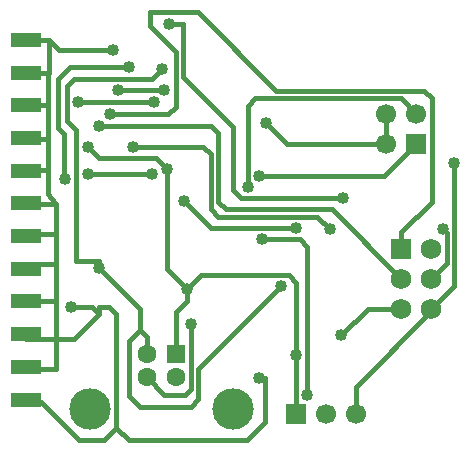
<source format=gbr>
G04 DipTrace 3.0.0.0*
G04 Bottom.gbr*
%MOMM*%
G04 #@! TF.FileFunction,Copper,L2,Bot*
G04 #@! TF.Part,Single*
G04 #@! TA.AperFunction,Conductor*
%ADD13C,0.381*%
G04 #@! TA.AperFunction,ComponentPad*
%ADD23R,1.6X1.6*%
%ADD24C,1.6*%
%ADD25C,3.5*%
%ADD26R,2.54X1.27*%
G04 #@! TA.AperFunction,ComponentPad*
%ADD27R,1.75X1.75*%
%ADD28C,1.75*%
%ADD29R,1.7X1.7*%
%ADD30C,1.7*%
G04 #@! TA.AperFunction,ViaPad*
%ADD34C,1.016*%
%FSLAX35Y35*%
G04*
G71*
G90*
G75*
G01*
G04 Bottom*
%LPD*%
X1254000Y1777240D2*
D13*
Y1762000D1*
X1508000D1*
Y2016000D1*
Y2330960D1*
Y2651000D1*
Y2905000D1*
Y3154073D1*
X1442310Y3243460D1*
Y3446703D1*
Y3708157D1*
Y3992120D1*
Y4268980D1*
X1254000D1*
X4878450Y3505810D2*
Y2465450D1*
X4683000Y2270000D1*
X1254000Y2054100D2*
Y2016000D1*
X1508000D1*
X1445307Y4268980D2*
Y4545840D1*
X1254000D1*
X1635610Y2288300D2*
X1807140D1*
X1870640Y2224800D1*
Y2288300D1*
X1952950D1*
X2016450Y2224800D1*
Y1262047D1*
X1913010Y1158607D1*
X1698653D1*
X1380900Y1476360D1*
X1254000D1*
Y1500380D1*
X3226593Y1684907D2*
X3276080D1*
Y1312207D1*
X3122480Y1158607D1*
X2119890D1*
X2016450Y1262047D1*
X1508000Y3154073D2*
X1254000D1*
Y3161540D1*
X3286000Y3843800D2*
X3462800Y3667000D1*
X4302000D1*
X1870640Y2224800D2*
X1661840Y2016000D1*
X1508000D1*
X1254000Y2330960D2*
X1508000D1*
X1990000Y4458760D2*
X1532387D1*
X1445307Y4545840D1*
X1442310Y3708157D2*
X1254000D1*
Y3715260D1*
Y1777240D2*
X1234020D1*
X1254000Y2884680D2*
Y2905000D1*
X1508000D1*
X1254000Y3438400D2*
X1442310Y3446703D1*
X1254000Y3715260D2*
X1234020D1*
X1254000Y3992120D2*
X1442310D1*
X1254000D2*
X1234020D1*
X4683000Y2270000D2*
Y2250133D1*
X4043010Y1610143D1*
Y1414553D1*
X4009457Y1381000D1*
X4048000D1*
X1254000Y2607820D2*
Y2651000D1*
X1508000D1*
X4302000Y3667000D2*
Y3921000D1*
X2030950Y4122210D2*
X2423060D1*
X1692760Y4020200D2*
X2333250D1*
X2318000Y3414250D2*
X1776800D1*
X1581423Y3369570D2*
X1574207D1*
Y3750727D1*
X1526243Y3798690D1*
Y4215363D1*
X1623590Y4312710D1*
X2126200D1*
X3635250Y1542200D2*
Y2794330D1*
X3571750Y2857830D1*
X3254250D1*
X3129700Y3302330D2*
Y3986950D1*
X3193200Y4050450D1*
X4426550D1*
X4556000Y3921000D1*
X3825250Y2941700D2*
X3718620Y3048330D1*
X2880820D1*
X2817320Y3111830D1*
Y3575500D1*
X2753820Y3639000D1*
X2158000D1*
X4783200Y2941700D2*
X4813040Y2911860D1*
Y2654040D1*
X4683000Y2524000D1*
X1963070Y3915450D2*
X2454810D1*
X2518310Y3978950D1*
Y4446850D1*
X2304000Y4661160D1*
Y4778250D1*
X2707430D1*
X3371730Y4113950D1*
X4621950D1*
X4685450Y4050450D1*
Y3176570D1*
X4429000Y2920120D1*
Y2778000D1*
X1872040Y3820200D2*
X2817320D1*
X2880820Y3756700D1*
Y3175330D1*
X2944320Y3111830D1*
X3841170D1*
X4429000Y2524000D1*
X3224950Y3392140D2*
X4281140D1*
X4556000Y3667000D1*
X2406200Y4302000D2*
X2321660Y4217460D1*
X1661010D1*
X1597510Y4153960D1*
Y3862317D1*
X1676127Y3783700D1*
Y2671567D1*
X1867977D1*
X1870640Y2610590D1*
X2213050Y2268180D1*
Y2089780D1*
X2120000Y1996730D1*
Y1530600D1*
X2213050Y1437550D1*
X2648450D1*
X2711950Y1501050D1*
Y1757950D1*
X3413000Y2459000D1*
X2213050Y2089780D2*
X2274000Y2028830D1*
Y1889000D1*
X2648450Y2140450D2*
Y1587450D1*
X2601150Y1540150D1*
X2422850D1*
X2274000Y1689000D1*
X2462750Y4683000D2*
X2584540D1*
Y4231853D1*
X3007820Y3808573D1*
Y3270580D1*
X3071320Y3207080D1*
X3934700D1*
X3540000Y2953080D2*
X2814620D1*
X2587500Y3180200D1*
X2524000Y1889000D2*
Y2241927D1*
X2619250Y2337177D1*
Y2435610D1*
X2737890Y2554250D1*
X3476500D1*
X3540000Y2490750D1*
Y1879450D1*
X2445000Y3448500D2*
X2349750Y3543750D1*
X1872050D1*
X1776800Y3639000D1*
X2619250Y2435610D2*
X2445000Y2609860D1*
Y3448500D1*
X3540000Y1879450D2*
Y1381000D1*
X3920500Y2045200D2*
X4145300Y2270000D1*
X4429000D1*
D34*
X4878450Y3505810D3*
X1635610Y2288300D3*
X3226593Y1684907D3*
X3286000Y3843800D3*
X1990000Y4458760D3*
X2423060Y4122210D3*
X2030950D3*
X2333250Y4020200D3*
X1692760D3*
X1776800Y3414250D3*
X2318000D3*
X2126200Y4312710D3*
X1581423Y3369570D3*
X3254250Y2857830D3*
X3635250Y1542200D3*
X3129700Y3302330D3*
X2158000Y3639000D3*
X3825250Y2941700D3*
X4783200D3*
X1963070Y3915450D3*
X1872040Y3820200D3*
X3224950Y3392140D3*
X3413000Y2459000D3*
X1870640Y2610590D3*
X2406200Y4302000D3*
X2648450Y2140450D3*
X3934700Y3207080D3*
X2462750Y4683000D3*
X2587500Y3180200D3*
X3540000Y2953080D3*
X2619250Y2435610D3*
X1776800Y3639000D3*
X2445000Y3448500D3*
X3540000Y1879450D3*
X3920500Y2045200D3*
D23*
X2524000Y1889000D3*
D24*
X2274000D3*
Y1689000D3*
X2524000D3*
D25*
X1797000Y1418000D3*
X3001000D3*
D26*
X1254000Y4545840D3*
Y4268980D3*
Y3992120D3*
Y3715260D3*
Y3438400D3*
Y3161540D3*
Y2884680D3*
Y2607820D3*
Y2330960D3*
Y2054100D3*
Y1777240D3*
Y1500380D3*
D27*
X4429000Y2778000D3*
D28*
Y2524000D3*
Y2270000D3*
X4683000D3*
Y2524000D3*
Y2778000D3*
D29*
X4556000Y3667000D3*
D30*
X4302000D3*
X4556000Y3921000D3*
X4302000D3*
D29*
X3540000Y1381000D3*
D30*
X3794000D3*
X4048000D3*
M02*

</source>
